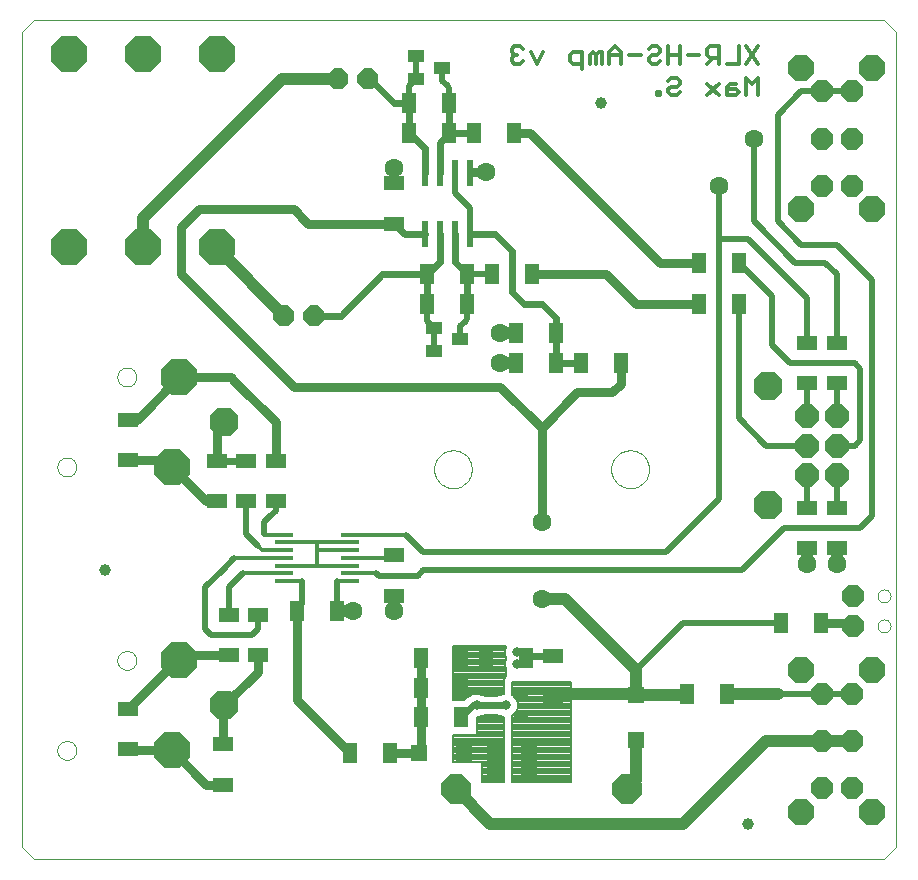
<source format=gbl>
G75*
G70*
%OFA0B0*%
%FSLAX24Y24*%
%IPPOS*%
%LPD*%
%AMOC8*
5,1,8,0,0,1.08239X$1,22.5*
%
%ADD10C,0.0000*%
%ADD11C,0.0120*%
%ADD12OC8,0.1181*%
%ADD13OC8,0.0945*%
%ADD14R,0.0630X0.0138*%
%ADD15R,0.0669X0.0492*%
%ADD16R,0.0492X0.0669*%
%ADD17OC8,0.0984*%
%ADD18OC8,0.0787*%
%ADD19R,0.0236X0.0866*%
%ADD20R,0.0551X0.0394*%
%ADD21OC8,0.0709*%
%ADD22OC8,0.0866*%
%ADD23R,0.0571X0.1181*%
%ADD24R,0.0472X0.0217*%
%ADD25R,0.0551X0.0551*%
%ADD26OC8,0.0748*%
%ADD27OC8,0.0700*%
%ADD28C,0.0394*%
%ADD29C,0.0138*%
%ADD30C,0.0315*%
%ADD31C,0.0236*%
%ADD32C,0.0197*%
%ADD33C,0.0630*%
%ADD34C,0.0217*%
%ADD35C,0.0394*%
%ADD36C,0.0315*%
%ADD37C,0.0079*%
D10*
X003683Y003275D02*
X004076Y002881D01*
X032423Y002881D01*
X032817Y003275D01*
X032817Y030441D01*
X032423Y030834D01*
X004076Y030834D01*
X003683Y030441D01*
X003683Y003275D01*
X004868Y006500D02*
X004870Y006535D01*
X004876Y006570D01*
X004886Y006604D01*
X004899Y006637D01*
X004916Y006668D01*
X004937Y006696D01*
X004960Y006723D01*
X004987Y006746D01*
X005015Y006767D01*
X005046Y006784D01*
X005079Y006797D01*
X005113Y006807D01*
X005148Y006813D01*
X005183Y006815D01*
X005218Y006813D01*
X005253Y006807D01*
X005287Y006797D01*
X005320Y006784D01*
X005351Y006767D01*
X005379Y006746D01*
X005406Y006723D01*
X005429Y006696D01*
X005450Y006668D01*
X005467Y006637D01*
X005480Y006604D01*
X005490Y006570D01*
X005496Y006535D01*
X005498Y006500D01*
X005496Y006465D01*
X005490Y006430D01*
X005480Y006396D01*
X005467Y006363D01*
X005450Y006332D01*
X005429Y006304D01*
X005406Y006277D01*
X005379Y006254D01*
X005351Y006233D01*
X005320Y006216D01*
X005287Y006203D01*
X005253Y006193D01*
X005218Y006187D01*
X005183Y006185D01*
X005148Y006187D01*
X005113Y006193D01*
X005079Y006203D01*
X005046Y006216D01*
X005015Y006233D01*
X004987Y006254D01*
X004960Y006277D01*
X004937Y006304D01*
X004916Y006332D01*
X004899Y006363D01*
X004886Y006396D01*
X004876Y006430D01*
X004870Y006465D01*
X004868Y006500D01*
X006868Y009500D02*
X006870Y009535D01*
X006876Y009570D01*
X006886Y009604D01*
X006899Y009637D01*
X006916Y009668D01*
X006937Y009696D01*
X006960Y009723D01*
X006987Y009746D01*
X007015Y009767D01*
X007046Y009784D01*
X007079Y009797D01*
X007113Y009807D01*
X007148Y009813D01*
X007183Y009815D01*
X007218Y009813D01*
X007253Y009807D01*
X007287Y009797D01*
X007320Y009784D01*
X007351Y009767D01*
X007379Y009746D01*
X007406Y009723D01*
X007429Y009696D01*
X007450Y009668D01*
X007467Y009637D01*
X007480Y009604D01*
X007490Y009570D01*
X007496Y009535D01*
X007498Y009500D01*
X007496Y009465D01*
X007490Y009430D01*
X007480Y009396D01*
X007467Y009363D01*
X007450Y009332D01*
X007429Y009304D01*
X007406Y009277D01*
X007379Y009254D01*
X007351Y009233D01*
X007320Y009216D01*
X007287Y009203D01*
X007253Y009193D01*
X007218Y009187D01*
X007183Y009185D01*
X007148Y009187D01*
X007113Y009193D01*
X007079Y009203D01*
X007046Y009216D01*
X007015Y009233D01*
X006987Y009254D01*
X006960Y009277D01*
X006937Y009304D01*
X006916Y009332D01*
X006899Y009363D01*
X006886Y009396D01*
X006876Y009430D01*
X006870Y009465D01*
X006868Y009500D01*
X004868Y015948D02*
X004870Y015983D01*
X004876Y016018D01*
X004886Y016052D01*
X004899Y016085D01*
X004916Y016116D01*
X004937Y016144D01*
X004960Y016171D01*
X004987Y016194D01*
X005015Y016215D01*
X005046Y016232D01*
X005079Y016245D01*
X005113Y016255D01*
X005148Y016261D01*
X005183Y016263D01*
X005218Y016261D01*
X005253Y016255D01*
X005287Y016245D01*
X005320Y016232D01*
X005351Y016215D01*
X005379Y016194D01*
X005406Y016171D01*
X005429Y016144D01*
X005450Y016116D01*
X005467Y016085D01*
X005480Y016052D01*
X005490Y016018D01*
X005496Y015983D01*
X005498Y015948D01*
X005496Y015913D01*
X005490Y015878D01*
X005480Y015844D01*
X005467Y015811D01*
X005450Y015780D01*
X005429Y015752D01*
X005406Y015725D01*
X005379Y015702D01*
X005351Y015681D01*
X005320Y015664D01*
X005287Y015651D01*
X005253Y015641D01*
X005218Y015635D01*
X005183Y015633D01*
X005148Y015635D01*
X005113Y015641D01*
X005079Y015651D01*
X005046Y015664D01*
X005015Y015681D01*
X004987Y015702D01*
X004960Y015725D01*
X004937Y015752D01*
X004916Y015780D01*
X004899Y015811D01*
X004886Y015844D01*
X004876Y015878D01*
X004870Y015913D01*
X004868Y015948D01*
X006868Y018948D02*
X006870Y018983D01*
X006876Y019018D01*
X006886Y019052D01*
X006899Y019085D01*
X006916Y019116D01*
X006937Y019144D01*
X006960Y019171D01*
X006987Y019194D01*
X007015Y019215D01*
X007046Y019232D01*
X007079Y019245D01*
X007113Y019255D01*
X007148Y019261D01*
X007183Y019263D01*
X007218Y019261D01*
X007253Y019255D01*
X007287Y019245D01*
X007320Y019232D01*
X007351Y019215D01*
X007379Y019194D01*
X007406Y019171D01*
X007429Y019144D01*
X007450Y019116D01*
X007467Y019085D01*
X007480Y019052D01*
X007490Y019018D01*
X007496Y018983D01*
X007498Y018948D01*
X007496Y018913D01*
X007490Y018878D01*
X007480Y018844D01*
X007467Y018811D01*
X007450Y018780D01*
X007429Y018752D01*
X007406Y018725D01*
X007379Y018702D01*
X007351Y018681D01*
X007320Y018664D01*
X007287Y018651D01*
X007253Y018641D01*
X007218Y018635D01*
X007183Y018633D01*
X007148Y018635D01*
X007113Y018641D01*
X007079Y018651D01*
X007046Y018664D01*
X007015Y018681D01*
X006987Y018702D01*
X006960Y018725D01*
X006937Y018752D01*
X006916Y018780D01*
X006899Y018811D01*
X006886Y018844D01*
X006876Y018878D01*
X006870Y018913D01*
X006868Y018948D01*
X017423Y015874D02*
X017425Y015924D01*
X017431Y015974D01*
X017441Y016023D01*
X017455Y016071D01*
X017472Y016118D01*
X017493Y016163D01*
X017518Y016207D01*
X017546Y016248D01*
X017578Y016287D01*
X017612Y016324D01*
X017649Y016358D01*
X017689Y016388D01*
X017731Y016415D01*
X017775Y016439D01*
X017821Y016460D01*
X017868Y016476D01*
X017916Y016489D01*
X017966Y016498D01*
X018015Y016503D01*
X018066Y016504D01*
X018116Y016501D01*
X018165Y016494D01*
X018214Y016483D01*
X018262Y016468D01*
X018308Y016450D01*
X018353Y016428D01*
X018396Y016402D01*
X018437Y016373D01*
X018476Y016341D01*
X018512Y016306D01*
X018544Y016268D01*
X018574Y016228D01*
X018601Y016185D01*
X018624Y016141D01*
X018643Y016095D01*
X018659Y016047D01*
X018671Y015998D01*
X018679Y015949D01*
X018683Y015899D01*
X018683Y015849D01*
X018679Y015799D01*
X018671Y015750D01*
X018659Y015701D01*
X018643Y015653D01*
X018624Y015607D01*
X018601Y015563D01*
X018574Y015520D01*
X018544Y015480D01*
X018512Y015442D01*
X018476Y015407D01*
X018437Y015375D01*
X018396Y015346D01*
X018353Y015320D01*
X018308Y015298D01*
X018262Y015280D01*
X018214Y015265D01*
X018165Y015254D01*
X018116Y015247D01*
X018066Y015244D01*
X018015Y015245D01*
X017966Y015250D01*
X017916Y015259D01*
X017868Y015272D01*
X017821Y015288D01*
X017775Y015309D01*
X017731Y015333D01*
X017689Y015360D01*
X017649Y015390D01*
X017612Y015424D01*
X017578Y015461D01*
X017546Y015500D01*
X017518Y015541D01*
X017493Y015585D01*
X017472Y015630D01*
X017455Y015677D01*
X017441Y015725D01*
X017431Y015774D01*
X017425Y015824D01*
X017423Y015874D01*
X023328Y015874D02*
X023330Y015924D01*
X023336Y015974D01*
X023346Y016023D01*
X023360Y016071D01*
X023377Y016118D01*
X023398Y016163D01*
X023423Y016207D01*
X023451Y016248D01*
X023483Y016287D01*
X023517Y016324D01*
X023554Y016358D01*
X023594Y016388D01*
X023636Y016415D01*
X023680Y016439D01*
X023726Y016460D01*
X023773Y016476D01*
X023821Y016489D01*
X023871Y016498D01*
X023920Y016503D01*
X023971Y016504D01*
X024021Y016501D01*
X024070Y016494D01*
X024119Y016483D01*
X024167Y016468D01*
X024213Y016450D01*
X024258Y016428D01*
X024301Y016402D01*
X024342Y016373D01*
X024381Y016341D01*
X024417Y016306D01*
X024449Y016268D01*
X024479Y016228D01*
X024506Y016185D01*
X024529Y016141D01*
X024548Y016095D01*
X024564Y016047D01*
X024576Y015998D01*
X024584Y015949D01*
X024588Y015899D01*
X024588Y015849D01*
X024584Y015799D01*
X024576Y015750D01*
X024564Y015701D01*
X024548Y015653D01*
X024529Y015607D01*
X024506Y015563D01*
X024479Y015520D01*
X024449Y015480D01*
X024417Y015442D01*
X024381Y015407D01*
X024342Y015375D01*
X024301Y015346D01*
X024258Y015320D01*
X024213Y015298D01*
X024167Y015280D01*
X024119Y015265D01*
X024070Y015254D01*
X024021Y015247D01*
X023971Y015244D01*
X023920Y015245D01*
X023871Y015250D01*
X023821Y015259D01*
X023773Y015272D01*
X023726Y015288D01*
X023680Y015309D01*
X023636Y015333D01*
X023594Y015360D01*
X023554Y015390D01*
X023517Y015424D01*
X023483Y015461D01*
X023451Y015500D01*
X023423Y015541D01*
X023398Y015585D01*
X023377Y015630D01*
X023360Y015677D01*
X023346Y015725D01*
X023336Y015774D01*
X023330Y015824D01*
X023328Y015874D01*
X032206Y011649D02*
X032208Y011678D01*
X032214Y011706D01*
X032223Y011734D01*
X032236Y011760D01*
X032253Y011783D01*
X032272Y011805D01*
X032294Y011824D01*
X032319Y011839D01*
X032345Y011852D01*
X032373Y011860D01*
X032401Y011865D01*
X032430Y011866D01*
X032459Y011863D01*
X032487Y011856D01*
X032514Y011846D01*
X032540Y011832D01*
X032563Y011815D01*
X032584Y011795D01*
X032602Y011772D01*
X032617Y011747D01*
X032628Y011720D01*
X032636Y011692D01*
X032640Y011663D01*
X032640Y011635D01*
X032636Y011606D01*
X032628Y011578D01*
X032617Y011551D01*
X032602Y011526D01*
X032584Y011503D01*
X032563Y011483D01*
X032540Y011466D01*
X032514Y011452D01*
X032487Y011442D01*
X032459Y011435D01*
X032430Y011432D01*
X032401Y011433D01*
X032373Y011438D01*
X032345Y011446D01*
X032319Y011459D01*
X032294Y011474D01*
X032272Y011493D01*
X032253Y011515D01*
X032236Y011538D01*
X032223Y011564D01*
X032214Y011592D01*
X032208Y011620D01*
X032206Y011649D01*
X032206Y010649D02*
X032208Y010678D01*
X032214Y010706D01*
X032223Y010734D01*
X032236Y010760D01*
X032253Y010783D01*
X032272Y010805D01*
X032294Y010824D01*
X032319Y010839D01*
X032345Y010852D01*
X032373Y010860D01*
X032401Y010865D01*
X032430Y010866D01*
X032459Y010863D01*
X032487Y010856D01*
X032514Y010846D01*
X032540Y010832D01*
X032563Y010815D01*
X032584Y010795D01*
X032602Y010772D01*
X032617Y010747D01*
X032628Y010720D01*
X032636Y010692D01*
X032640Y010663D01*
X032640Y010635D01*
X032636Y010606D01*
X032628Y010578D01*
X032617Y010551D01*
X032602Y010526D01*
X032584Y010503D01*
X032563Y010483D01*
X032540Y010466D01*
X032514Y010452D01*
X032487Y010442D01*
X032459Y010435D01*
X032430Y010432D01*
X032401Y010433D01*
X032373Y010438D01*
X032345Y010446D01*
X032319Y010459D01*
X032294Y010474D01*
X032272Y010493D01*
X032253Y010515D01*
X032236Y010538D01*
X032223Y010564D01*
X032214Y010592D01*
X032208Y010620D01*
X032206Y010649D01*
D11*
X028229Y028335D02*
X028229Y028924D01*
X028033Y028728D01*
X027836Y028924D01*
X027836Y028335D01*
X027576Y028433D02*
X027478Y028532D01*
X027184Y028532D01*
X027184Y028630D02*
X027184Y028335D01*
X027478Y028335D01*
X027576Y028433D01*
X027478Y028728D02*
X027282Y028728D01*
X027184Y028630D01*
X026924Y028728D02*
X026531Y028335D01*
X026924Y028335D02*
X026531Y028728D01*
X026531Y029398D02*
X026728Y029595D01*
X026629Y029595D02*
X026924Y029595D01*
X026924Y029398D02*
X026924Y029987D01*
X026629Y029987D01*
X026531Y029889D01*
X026531Y029693D01*
X026629Y029595D01*
X026271Y029693D02*
X025879Y029693D01*
X025619Y029693D02*
X025226Y029693D01*
X024966Y029791D02*
X024966Y029889D01*
X024868Y029987D01*
X024672Y029987D01*
X024574Y029889D01*
X024672Y029693D02*
X024574Y029595D01*
X024574Y029496D01*
X024672Y029398D01*
X024868Y029398D01*
X024966Y029496D01*
X024868Y029693D02*
X024672Y029693D01*
X024868Y029693D02*
X024966Y029791D01*
X025226Y029987D02*
X025226Y029398D01*
X025619Y029398D02*
X025619Y029987D01*
X025521Y028924D02*
X025324Y028924D01*
X025226Y028826D01*
X025324Y028630D02*
X025226Y028532D01*
X025226Y028433D01*
X025324Y028335D01*
X025521Y028335D01*
X025619Y028433D01*
X025521Y028630D02*
X025324Y028630D01*
X025521Y028630D02*
X025619Y028728D01*
X025619Y028826D01*
X025521Y028924D01*
X024966Y028433D02*
X024868Y028433D01*
X024868Y028335D01*
X024966Y028335D01*
X024966Y028433D01*
X023661Y029398D02*
X023661Y029791D01*
X023465Y029987D01*
X023269Y029791D01*
X023269Y029398D01*
X023009Y029398D02*
X023009Y029791D01*
X022911Y029791D01*
X022812Y029693D01*
X022714Y029791D01*
X022616Y029693D01*
X022616Y029398D01*
X022812Y029398D02*
X022812Y029693D01*
X023269Y029693D02*
X023661Y029693D01*
X023921Y029693D02*
X024314Y029693D01*
X022356Y029791D02*
X022356Y029202D01*
X022356Y029398D02*
X022062Y029398D01*
X021963Y029496D01*
X021963Y029693D01*
X022062Y029791D01*
X022356Y029791D01*
X021051Y029791D02*
X020855Y029398D01*
X020658Y029791D01*
X020399Y029889D02*
X020300Y029987D01*
X020104Y029987D01*
X020006Y029889D01*
X020006Y029791D01*
X020104Y029693D01*
X020006Y029595D01*
X020006Y029496D01*
X020104Y029398D01*
X020300Y029398D01*
X020399Y029496D01*
X020202Y029693D02*
X020104Y029693D01*
X027184Y029398D02*
X027576Y029398D01*
X027576Y029987D01*
X027836Y029987D02*
X028229Y029398D01*
X027836Y029398D02*
X028229Y029987D01*
D12*
X010179Y029712D03*
X007718Y029712D03*
X005257Y029712D03*
X005257Y023295D03*
X007718Y023295D03*
X010179Y023295D03*
X008933Y018948D03*
X008683Y015948D03*
X008933Y009500D03*
X008683Y006500D03*
D13*
X010433Y008000D03*
X010433Y017448D03*
X028565Y018649D03*
X028565Y014673D03*
D14*
X014628Y013689D03*
X014628Y013433D03*
X014628Y013177D03*
X014628Y012921D03*
X014628Y012665D03*
X014628Y012409D03*
X014628Y012153D03*
X012423Y012153D03*
X012423Y012409D03*
X012423Y012665D03*
X012423Y012921D03*
X012423Y013177D03*
X012423Y013433D03*
X012423Y013689D03*
D15*
X012147Y014811D03*
X011163Y014811D03*
X010179Y014811D03*
X010179Y016149D03*
X011163Y016149D03*
X012147Y016149D03*
X016084Y013000D03*
X016084Y011661D03*
X011557Y011031D03*
X010572Y011031D03*
X010572Y009693D03*
X011557Y009693D03*
X010376Y006700D03*
X010376Y005362D03*
X007226Y006543D03*
X007226Y007881D03*
X007226Y016189D03*
X007226Y017527D03*
X016084Y024063D03*
X016084Y025401D03*
X029864Y020086D03*
X030848Y020086D03*
X030848Y018748D03*
X029864Y018748D03*
X029864Y014574D03*
X030848Y014574D03*
X030848Y013236D03*
X029864Y013236D03*
X021399Y009653D03*
X021399Y008315D03*
D16*
X020494Y009574D03*
X019155Y009574D03*
X018328Y009574D03*
X018328Y008590D03*
X018328Y007606D03*
X016990Y007606D03*
X016990Y008590D03*
X016990Y009574D03*
X014194Y011149D03*
X012856Y011149D03*
X014628Y006425D03*
X015966Y006425D03*
X025848Y008393D03*
X027187Y008393D03*
X028998Y010756D03*
X030336Y010756D03*
X023643Y019417D03*
X022305Y019417D03*
X021478Y019417D03*
X021478Y020401D03*
X020139Y020401D03*
X020139Y019417D03*
X018525Y021385D03*
X018525Y022370D03*
X019352Y022370D03*
X020691Y022370D03*
X017187Y022370D03*
X017187Y021385D03*
X016596Y027094D03*
X016596Y028078D03*
X017935Y028078D03*
X017935Y027094D03*
X018761Y027094D03*
X020100Y027094D03*
X026242Y022763D03*
X027580Y022763D03*
X027580Y021385D03*
X026242Y021385D03*
D17*
X023860Y005204D03*
X018151Y005204D03*
D18*
X029864Y015677D03*
X029864Y016661D03*
X029864Y017645D03*
X030848Y017645D03*
X030848Y016661D03*
X030848Y015677D03*
D19*
X018606Y023708D03*
X018106Y023708D03*
X017606Y023708D03*
X017106Y023708D03*
X017106Y025756D03*
X017606Y025756D03*
X018106Y025756D03*
X018606Y025756D03*
D20*
X016832Y028885D03*
X016832Y029633D03*
X017698Y029259D03*
X017423Y020578D03*
X017423Y019830D03*
X018289Y020204D03*
D21*
X030356Y025322D03*
X031340Y025322D03*
X031340Y026897D03*
X030356Y026897D03*
X030356Y028472D03*
X031340Y028472D03*
X031340Y008393D03*
X030356Y008393D03*
X030356Y006819D03*
X031340Y006819D03*
X031340Y005244D03*
X030356Y005244D03*
D22*
X029667Y004456D03*
X032029Y004456D03*
X032029Y009181D03*
X029667Y009181D03*
X029667Y024535D03*
X032029Y024535D03*
X032029Y029259D03*
X029667Y029259D03*
D23*
X020602Y006228D03*
X019441Y006228D03*
D24*
X019313Y007626D03*
X019313Y008000D03*
X019313Y008374D03*
X020336Y008374D03*
X020336Y007626D03*
D25*
X018407Y006425D03*
X016911Y006425D03*
X024155Y006858D03*
X024155Y008354D03*
D26*
X031399Y010649D03*
X031399Y011649D03*
D27*
X013435Y020992D03*
X012435Y020992D03*
X014206Y028866D03*
X015206Y028866D03*
D28*
X022974Y028078D03*
X006439Y012527D03*
X027895Y004063D03*
D29*
X016498Y013689D02*
X014628Y013689D01*
X014628Y013433D02*
X013525Y013433D01*
X013525Y013315D01*
X013525Y013177D01*
X014628Y013177D01*
X014628Y012921D02*
X016084Y012921D01*
X016084Y013000D01*
X015494Y012409D02*
X014628Y012409D01*
X014628Y012153D02*
X014194Y012153D01*
X014628Y012665D02*
X013516Y012665D01*
X013525Y012674D01*
X013525Y013315D01*
X013525Y013433D02*
X012423Y013433D01*
X012423Y013689D02*
X011773Y013689D01*
X011754Y013708D01*
X011557Y013315D02*
X011694Y013177D01*
X012423Y013177D01*
X012423Y012921D02*
X010769Y012921D01*
X011045Y012409D02*
X012423Y012409D01*
X012423Y012153D02*
X013013Y012153D01*
X013516Y012665D02*
X012423Y012665D01*
X012856Y011385D02*
X012856Y011149D01*
X012856Y011385D02*
X013013Y011385D01*
X010433Y008000D02*
X010376Y007943D01*
X007269Y006500D02*
X007226Y006543D01*
X007226Y017527D02*
X007511Y017527D01*
X018606Y025756D02*
X018645Y025795D01*
X022187Y019417D02*
X022305Y019417D01*
D30*
X022187Y018433D02*
X023368Y018433D01*
X023643Y018708D01*
X023643Y019417D01*
X022187Y018433D02*
X021006Y017252D01*
X019628Y018630D01*
X017069Y018630D01*
X012738Y018630D01*
X009785Y021582D01*
X008998Y022370D01*
X008998Y023944D01*
X009588Y024535D01*
X010769Y024535D01*
X012738Y024535D01*
X013131Y024141D01*
X013210Y024063D01*
X016084Y024063D01*
X018645Y025795D02*
X019155Y025795D01*
X020100Y027094D02*
X020612Y027094D01*
X022187Y025519D01*
X024943Y022763D01*
X026242Y022763D01*
X026242Y021385D02*
X024155Y021385D01*
X023761Y021779D01*
X023171Y022370D01*
X020691Y022370D01*
X021006Y017252D02*
X021006Y014102D01*
X016990Y009574D02*
X016990Y008590D01*
X016990Y007606D01*
X016990Y006504D01*
X016911Y006425D02*
X015966Y006425D01*
X014628Y006425D02*
X012856Y008196D01*
X012856Y011149D01*
X011557Y009693D02*
X011557Y009124D01*
X010433Y008000D01*
X010376Y007943D02*
X010376Y006700D01*
X010376Y005362D02*
X009820Y005362D01*
X008683Y006500D01*
X007269Y006500D01*
X007226Y007881D02*
X008844Y009500D01*
X008933Y009500D02*
X009126Y009693D01*
X010572Y009693D01*
X009820Y014811D02*
X008683Y015948D01*
X008443Y016189D01*
X007226Y016189D01*
X007511Y017527D02*
X008933Y018948D01*
X010647Y018948D01*
X010769Y018826D01*
X012147Y017448D01*
X012147Y016149D01*
X010433Y017448D02*
X010179Y017194D01*
X010179Y016149D01*
X030336Y010756D02*
X031293Y010756D01*
X031399Y010649D01*
D31*
X030848Y013118D02*
X030848Y013236D01*
X029864Y013236D02*
X029864Y013157D01*
X022187Y019417D02*
X021478Y019417D01*
X021478Y020401D01*
X021478Y020913D01*
X021006Y021385D01*
X020415Y021385D01*
X020021Y021779D01*
X020021Y023157D01*
X019628Y023551D01*
X019470Y023708D01*
X018606Y023708D01*
X018106Y023708D02*
X018106Y022789D01*
X018525Y022370D01*
X018525Y021385D01*
X017187Y021385D02*
X017187Y022370D01*
X015691Y022370D01*
X014313Y020992D01*
X013435Y020992D01*
X016439Y023708D02*
X017106Y023708D01*
X017606Y023708D02*
X017606Y022789D01*
X017187Y022370D01*
X016439Y023708D02*
X016084Y024063D01*
X017106Y025756D02*
X017106Y026584D01*
X016596Y027094D01*
X016596Y028078D01*
X016084Y028078D01*
X015297Y028866D01*
X015206Y028866D01*
X017935Y028078D02*
X017935Y027094D01*
X018761Y027094D01*
X017935Y027094D02*
X017606Y026765D01*
X017606Y025756D01*
X011163Y016149D02*
X010179Y016149D01*
X010179Y014811D02*
X009820Y014811D01*
X008933Y009500D02*
X008844Y009500D01*
X020179Y009378D02*
X020494Y009378D01*
X020494Y009574D01*
X020415Y009732D02*
X020415Y009771D01*
X020179Y009771D01*
D32*
X017069Y012527D02*
X027698Y012527D01*
X029076Y013905D01*
X031635Y013905D01*
X032029Y014299D01*
X032029Y019614D01*
X032029Y022173D01*
X030848Y023354D01*
X029667Y023354D01*
X028880Y024141D01*
X028880Y027685D01*
X029667Y028472D01*
X030356Y028472D01*
X031340Y028472D01*
X028092Y026897D02*
X028092Y024141D01*
X029470Y022763D01*
X030454Y022763D01*
X030848Y022370D01*
X030848Y020086D01*
X031439Y019417D02*
X031635Y019220D01*
X031635Y016858D01*
X031439Y016661D01*
X030848Y016661D01*
X030848Y017645D02*
X030848Y018748D01*
X031439Y019417D02*
X029273Y019417D01*
X028683Y020007D01*
X028683Y020204D01*
X028683Y021661D01*
X027580Y022763D01*
X026911Y022567D02*
X026911Y023551D01*
X027895Y023551D01*
X029864Y021582D01*
X029864Y020086D01*
X029864Y018748D02*
X029864Y017645D01*
X029864Y016661D02*
X028486Y016661D01*
X027580Y017567D01*
X027580Y021385D01*
X026911Y022567D02*
X026911Y014889D01*
X025139Y013118D01*
X017069Y013118D01*
X016498Y013689D01*
X017069Y012527D02*
X016872Y012330D01*
X016478Y012330D01*
X015572Y012330D01*
X015494Y012409D01*
X014194Y012153D02*
X014194Y011149D01*
X013013Y011385D02*
X013013Y012153D01*
X011557Y011031D02*
X011557Y010559D01*
X011360Y010362D01*
X009982Y010362D01*
X009785Y010559D01*
X009785Y011937D01*
X010376Y012527D01*
X010769Y012921D01*
X011045Y012409D02*
X010966Y012330D01*
X010572Y011937D01*
X010572Y011031D01*
X011557Y013315D02*
X011163Y013708D01*
X011163Y014811D01*
X011754Y014102D02*
X011754Y013905D01*
X011754Y013708D01*
X011754Y014102D02*
X011950Y014299D01*
X012147Y014496D01*
X012147Y014811D01*
X017423Y019830D02*
X017423Y020578D01*
X017187Y020815D01*
X017187Y021385D01*
X018289Y020637D02*
X018289Y020204D01*
X018289Y020637D02*
X018446Y020795D01*
X018525Y020874D01*
X018525Y021385D01*
X018525Y022370D02*
X019352Y022370D01*
X018606Y023708D02*
X018606Y024572D01*
X018446Y024732D01*
X018106Y025072D01*
X018106Y025756D01*
X017935Y028078D02*
X017935Y028590D01*
X017856Y028669D01*
X017698Y028826D01*
X017698Y029259D01*
X016832Y028885D02*
X016596Y028649D01*
X016596Y028078D01*
X016832Y028885D02*
X016832Y029633D01*
X026911Y025322D02*
X026911Y023551D01*
X029864Y015677D02*
X029864Y014574D01*
X030848Y014574D02*
X030848Y015677D01*
X028998Y010756D02*
X025730Y010756D01*
X024155Y009181D01*
X024155Y008393D01*
X024155Y008354D01*
X028880Y008393D02*
X030356Y008393D01*
X031340Y008393D01*
X016990Y006504D02*
X016911Y006425D01*
D33*
X016084Y011149D03*
X014706Y011149D03*
X021006Y011543D03*
X021006Y014102D03*
X019628Y019417D03*
X019628Y020401D03*
X019155Y025795D03*
X016084Y025913D03*
X026911Y025322D03*
X028092Y026897D03*
X029864Y012724D03*
X030848Y012724D03*
D34*
X021399Y009653D02*
X020494Y009653D01*
X020415Y009732D01*
X020494Y009653D02*
X020494Y009574D01*
X021478Y008393D02*
X021399Y008315D01*
X019824Y008000D02*
X019313Y008000D01*
X018722Y008000D01*
X018328Y007606D01*
X016084Y025401D02*
X016084Y025913D01*
D35*
X014206Y028866D02*
X012344Y028866D01*
X011360Y027881D01*
X007718Y024240D01*
X007718Y023295D01*
X010179Y023295D02*
X010179Y023248D01*
X012435Y020992D01*
X019628Y020401D02*
X020139Y020401D01*
X020139Y019417D02*
X019628Y019417D01*
X016084Y011661D02*
X016084Y011149D01*
X014706Y011149D02*
X014194Y011149D01*
X018151Y005204D02*
X019293Y004063D01*
X025730Y004063D01*
X028486Y006819D01*
X030356Y006819D01*
X031340Y006819D01*
X028880Y008393D02*
X027187Y008393D01*
X025848Y008354D02*
X025848Y008393D01*
X025848Y008354D02*
X024155Y008354D01*
X024155Y008393D01*
X024155Y009181D01*
X021793Y011543D01*
X021006Y011543D01*
X021478Y008393D02*
X024155Y008393D01*
X024155Y006858D02*
X024155Y005500D01*
X023860Y005204D01*
X029864Y012724D02*
X029864Y013157D01*
X030848Y013118D02*
X030848Y012724D01*
D36*
X020179Y009771D03*
X020179Y009378D03*
X019824Y008000D03*
X018840Y008000D03*
D37*
X018695Y008366D02*
X018053Y008366D01*
X018053Y008443D02*
X019746Y008443D01*
X019746Y008393D02*
X019627Y008344D01*
X019037Y008344D01*
X018918Y008393D01*
X018762Y008393D01*
X018617Y008333D01*
X018610Y008326D01*
X018527Y008292D01*
X018432Y008196D01*
X018053Y008196D01*
X018053Y009968D01*
X019824Y009968D01*
X019824Y009945D01*
X019785Y009850D01*
X019785Y009693D01*
X019824Y009598D01*
X019824Y009551D01*
X019785Y009456D01*
X019785Y009299D01*
X019824Y009204D01*
X019824Y008980D01*
X019788Y008943D01*
X019746Y008842D01*
X019746Y008393D01*
X019679Y008366D02*
X018985Y008366D01*
X018524Y008288D02*
X018053Y008288D01*
X018053Y008211D02*
X018446Y008211D01*
X018053Y008520D02*
X019746Y008520D01*
X019746Y008597D02*
X018053Y008597D01*
X018053Y008675D02*
X019746Y008675D01*
X019746Y008752D02*
X018053Y008752D01*
X018053Y008829D02*
X019746Y008829D01*
X019772Y008906D02*
X018053Y008906D01*
X018053Y008983D02*
X019824Y008983D01*
X019824Y009061D02*
X018053Y009061D01*
X018053Y009138D02*
X019824Y009138D01*
X019820Y009215D02*
X018053Y009215D01*
X018053Y009292D02*
X019788Y009292D01*
X019785Y009370D02*
X018053Y009370D01*
X018053Y009447D02*
X019785Y009447D01*
X019813Y009524D02*
X018053Y009524D01*
X018053Y009601D02*
X019823Y009601D01*
X019791Y009679D02*
X018053Y009679D01*
X018053Y009756D02*
X019785Y009756D01*
X019785Y009833D02*
X018053Y009833D01*
X018053Y009910D02*
X019810Y009910D01*
X020021Y008787D02*
X021990Y008787D01*
X021990Y005441D01*
X020021Y005441D01*
X020021Y007655D01*
X020047Y007666D01*
X020158Y007777D01*
X020218Y007921D01*
X020218Y008078D01*
X020158Y008223D01*
X020047Y008333D01*
X020021Y008344D01*
X020021Y008787D01*
X020021Y008752D02*
X021990Y008752D01*
X021990Y008675D02*
X020021Y008675D01*
X020021Y008597D02*
X021990Y008597D01*
X021990Y008520D02*
X020021Y008520D01*
X020021Y008443D02*
X021990Y008443D01*
X021990Y008366D02*
X020021Y008366D01*
X020092Y008288D02*
X021990Y008288D01*
X021990Y008211D02*
X020163Y008211D01*
X020195Y008134D02*
X021990Y008134D01*
X021990Y008057D02*
X020218Y008057D01*
X020218Y007979D02*
X021990Y007979D01*
X021990Y007902D02*
X020210Y007902D01*
X020178Y007825D02*
X021990Y007825D01*
X021990Y007748D02*
X020129Y007748D01*
X020052Y007670D02*
X021990Y007670D01*
X021990Y007593D02*
X020021Y007593D01*
X020021Y007516D02*
X021990Y007516D01*
X021990Y007439D02*
X020021Y007439D01*
X020021Y007361D02*
X021990Y007361D01*
X021990Y007284D02*
X020021Y007284D01*
X020021Y007207D02*
X021990Y007207D01*
X021990Y007130D02*
X020021Y007130D01*
X020021Y007052D02*
X021990Y007052D01*
X021990Y006975D02*
X020021Y006975D01*
X020021Y006898D02*
X021990Y006898D01*
X021990Y006821D02*
X020021Y006821D01*
X020021Y006744D02*
X021990Y006744D01*
X021990Y006666D02*
X020021Y006666D01*
X020021Y006589D02*
X021990Y006589D01*
X021990Y006512D02*
X020021Y006512D01*
X020021Y006435D02*
X021990Y006435D01*
X021990Y006357D02*
X020021Y006357D01*
X020021Y006280D02*
X021990Y006280D01*
X021990Y006203D02*
X020021Y006203D01*
X020021Y006126D02*
X021990Y006126D01*
X021990Y006048D02*
X020021Y006048D01*
X020021Y005971D02*
X021990Y005971D01*
X021990Y005894D02*
X020021Y005894D01*
X020021Y005817D02*
X021990Y005817D01*
X021990Y005739D02*
X020021Y005739D01*
X020021Y005662D02*
X021990Y005662D01*
X021990Y005585D02*
X020021Y005585D01*
X020021Y005508D02*
X021990Y005508D01*
X019746Y005508D02*
X019037Y005508D01*
X019037Y005441D02*
X019746Y005441D01*
X019746Y007606D01*
X019627Y007655D01*
X019037Y007655D01*
X018918Y007606D01*
X018840Y007606D01*
X018840Y007015D01*
X018053Y007015D01*
X018053Y006110D01*
X019037Y006110D01*
X019037Y005441D01*
X019037Y005585D02*
X019746Y005585D01*
X019746Y005662D02*
X019037Y005662D01*
X019037Y005739D02*
X019746Y005739D01*
X019746Y005817D02*
X019037Y005817D01*
X019037Y005894D02*
X019746Y005894D01*
X019746Y005971D02*
X019037Y005971D01*
X019037Y006048D02*
X019746Y006048D01*
X019746Y006126D02*
X018053Y006126D01*
X018053Y006203D02*
X019746Y006203D01*
X019746Y006280D02*
X018053Y006280D01*
X018053Y006357D02*
X019746Y006357D01*
X019746Y006435D02*
X018053Y006435D01*
X018053Y006512D02*
X019746Y006512D01*
X019746Y006589D02*
X018053Y006589D01*
X018053Y006666D02*
X019746Y006666D01*
X019746Y006744D02*
X018053Y006744D01*
X018053Y006821D02*
X019746Y006821D01*
X019746Y006898D02*
X018053Y006898D01*
X018053Y006975D02*
X019746Y006975D01*
X019746Y007052D02*
X018840Y007052D01*
X018840Y007130D02*
X019746Y007130D01*
X019746Y007207D02*
X018840Y007207D01*
X018840Y007284D02*
X019746Y007284D01*
X019746Y007361D02*
X018840Y007361D01*
X018840Y007439D02*
X019746Y007439D01*
X019746Y007516D02*
X018840Y007516D01*
X018840Y007593D02*
X019746Y007593D01*
M02*

</source>
